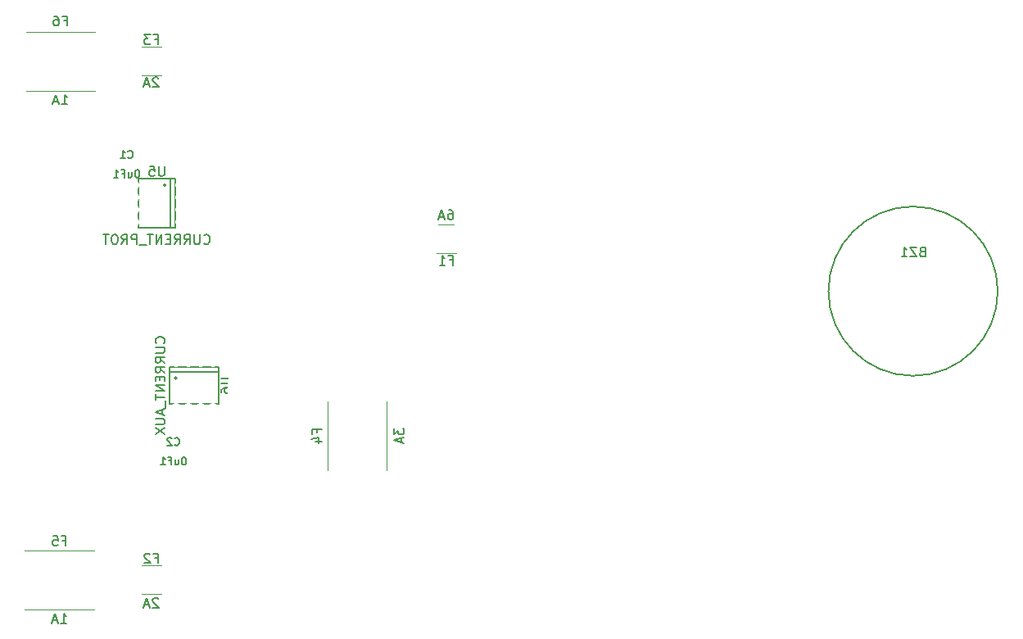
<source format=gbo>
G04 #@! TF.GenerationSoftware,KiCad,Pcbnew,(2017-08-27 revision e3c64f1f0)-makepkg*
G04 #@! TF.CreationDate,2017-09-07T11:52:54+02:00*
G04 #@! TF.ProjectId,Breakout-Platine-Cube,427265616B6F75742D506C6174696E65,rev?*
G04 #@! TF.SameCoordinates,Original*
G04 #@! TF.FileFunction,Legend,Bot*
G04 #@! TF.FilePolarity,Positive*
%FSLAX46Y46*%
G04 Gerber Fmt 4.6, Leading zero omitted, Abs format (unit mm)*
G04 Created by KiCad (PCBNEW (2017-08-27 revision e3c64f1f0)-makepkg) date 09/07/17 11:52:54*
%MOMM*%
%LPD*%
G01*
G04 APERTURE LIST*
%ADD10C,0.150000*%
%ADD11C,0.120000*%
%ADD12C,1.600000*%
%ADD13C,1.900000*%
%ADD14C,6.000000*%
%ADD15R,0.850000X0.800000*%
%ADD16O,1.900000X1.200000*%
%ADD17R,1.900000X1.200000*%
%ADD18C,4.200000*%
%ADD19C,0.900000*%
%ADD20C,3.800000*%
%ADD21O,1.009600X1.873200*%
%ADD22O,1.200000X1.900000*%
%ADD23R,1.200000X1.900000*%
%ADD24C,3.400000*%
%ADD25R,2.100000X2.100000*%
%ADD26O,2.100000X2.100000*%
%ADD27R,2.400000X2.900000*%
%ADD28R,6.000000X2.700000*%
%ADD29R,2.700000X6.000000*%
%ADD30O,2.600000X1.500000*%
%ADD31O,2.200000X1.500000*%
%ADD32C,0.100000*%
%ADD33C,6.900000*%
%ADD34R,3.400000X3.400000*%
%ADD35R,2.400000X2.400000*%
%ADD36O,1.873200X1.009600*%
G04 APERTURE END LIST*
D10*
X184677000Y-128732000D02*
G75*
G03X184677000Y-128732000I-127000J0D01*
G01*
X183915000Y-128097000D02*
X188995000Y-128097000D01*
X183915000Y-131399000D02*
X188995000Y-131399000D01*
X183915000Y-127589000D02*
X188995000Y-127589000D01*
X183915000Y-127589000D02*
X183915000Y-131399000D01*
X188995000Y-127589000D02*
X188995000Y-131399000D01*
X269500000Y-119750000D02*
G75*
G03X269500000Y-119750000I-8750000J0D01*
G01*
D11*
X211500000Y-115780000D02*
X213500000Y-115780000D01*
X213500000Y-112820000D02*
X211500000Y-112820000D01*
X183000000Y-148120000D02*
X181000000Y-148120000D01*
X181000000Y-151080000D02*
X183000000Y-151080000D01*
X181000000Y-97480000D02*
X183000000Y-97480000D01*
X183000000Y-94520000D02*
X181000000Y-94520000D01*
X206340000Y-131130000D02*
X206340000Y-138250000D01*
X200240000Y-131130000D02*
X200240000Y-138250000D01*
X176060000Y-146550000D02*
X168940000Y-146550000D01*
X176060000Y-152650000D02*
X168940000Y-152650000D01*
X176160000Y-99050000D02*
X169040000Y-99050000D01*
X176160000Y-92950000D02*
X169040000Y-92950000D01*
D10*
X184497000Y-113235000D02*
X180687000Y-113235000D01*
X184497000Y-108155000D02*
X180687000Y-108155000D01*
X184497000Y-108155000D02*
X184497000Y-113235000D01*
X180687000Y-108155000D02*
X180687000Y-113235000D01*
X183989000Y-108155000D02*
X183989000Y-113235000D01*
X183481000Y-108790000D02*
G75*
G03X183481000Y-108790000I-127000J0D01*
G01*
X184423333Y-135615714D02*
X184461428Y-135653809D01*
X184575714Y-135691904D01*
X184651904Y-135691904D01*
X184766190Y-135653809D01*
X184842380Y-135577619D01*
X184880476Y-135501428D01*
X184918571Y-135349047D01*
X184918571Y-135234761D01*
X184880476Y-135082380D01*
X184842380Y-135006190D01*
X184766190Y-134930000D01*
X184651904Y-134891904D01*
X184575714Y-134891904D01*
X184461428Y-134930000D01*
X184423333Y-134968095D01*
X184118571Y-134968095D02*
X184080476Y-134930000D01*
X184004285Y-134891904D01*
X183813809Y-134891904D01*
X183737619Y-134930000D01*
X183699523Y-134968095D01*
X183661428Y-135044285D01*
X183661428Y-135120476D01*
X183699523Y-135234761D01*
X184156666Y-135691904D01*
X183661428Y-135691904D01*
X185413809Y-136891904D02*
X185337619Y-136891904D01*
X185261428Y-136930000D01*
X185223333Y-136968095D01*
X185185238Y-137044285D01*
X185147142Y-137196666D01*
X185147142Y-137387142D01*
X185185238Y-137539523D01*
X185223333Y-137615714D01*
X185261428Y-137653809D01*
X185337619Y-137691904D01*
X185413809Y-137691904D01*
X185490000Y-137653809D01*
X185528095Y-137615714D01*
X185566190Y-137539523D01*
X185604285Y-137387142D01*
X185604285Y-137196666D01*
X185566190Y-137044285D01*
X185528095Y-136968095D01*
X185490000Y-136930000D01*
X185413809Y-136891904D01*
X184461428Y-137158571D02*
X184461428Y-137691904D01*
X184804285Y-137158571D02*
X184804285Y-137577619D01*
X184766190Y-137653809D01*
X184690000Y-137691904D01*
X184575714Y-137691904D01*
X184499523Y-137653809D01*
X184461428Y-137615714D01*
X183813809Y-137272857D02*
X184080476Y-137272857D01*
X184080476Y-137691904D02*
X184080476Y-136891904D01*
X183699523Y-136891904D01*
X182975714Y-137691904D02*
X183432857Y-137691904D01*
X183204285Y-137691904D02*
X183204285Y-136891904D01*
X183280476Y-137006190D01*
X183356666Y-137082380D01*
X183432857Y-137120476D01*
X179583333Y-105935714D02*
X179621428Y-105973809D01*
X179735714Y-106011904D01*
X179811904Y-106011904D01*
X179926190Y-105973809D01*
X180002380Y-105897619D01*
X180040476Y-105821428D01*
X180078571Y-105669047D01*
X180078571Y-105554761D01*
X180040476Y-105402380D01*
X180002380Y-105326190D01*
X179926190Y-105250000D01*
X179811904Y-105211904D01*
X179735714Y-105211904D01*
X179621428Y-105250000D01*
X179583333Y-105288095D01*
X178821428Y-106011904D02*
X179278571Y-106011904D01*
X179050000Y-106011904D02*
X179050000Y-105211904D01*
X179126190Y-105326190D01*
X179202380Y-105402380D01*
X179278571Y-105440476D01*
X180573809Y-107211904D02*
X180497619Y-107211904D01*
X180421428Y-107250000D01*
X180383333Y-107288095D01*
X180345238Y-107364285D01*
X180307142Y-107516666D01*
X180307142Y-107707142D01*
X180345238Y-107859523D01*
X180383333Y-107935714D01*
X180421428Y-107973809D01*
X180497619Y-108011904D01*
X180573809Y-108011904D01*
X180650000Y-107973809D01*
X180688095Y-107935714D01*
X180726190Y-107859523D01*
X180764285Y-107707142D01*
X180764285Y-107516666D01*
X180726190Y-107364285D01*
X180688095Y-107288095D01*
X180650000Y-107250000D01*
X180573809Y-107211904D01*
X179621428Y-107478571D02*
X179621428Y-108011904D01*
X179964285Y-107478571D02*
X179964285Y-107897619D01*
X179926190Y-107973809D01*
X179850000Y-108011904D01*
X179735714Y-108011904D01*
X179659523Y-107973809D01*
X179621428Y-107935714D01*
X178973809Y-107592857D02*
X179240476Y-107592857D01*
X179240476Y-108011904D02*
X179240476Y-107211904D01*
X178859523Y-107211904D01*
X178135714Y-108011904D02*
X178592857Y-108011904D01*
X178364285Y-108011904D02*
X178364285Y-107211904D01*
X178440476Y-107326190D01*
X178516666Y-107402380D01*
X178592857Y-107440476D01*
X189212380Y-128738095D02*
X190021904Y-128738095D01*
X190117142Y-128785714D01*
X190164761Y-128833333D01*
X190212380Y-128928571D01*
X190212380Y-129119047D01*
X190164761Y-129214285D01*
X190117142Y-129261904D01*
X190021904Y-129309523D01*
X189212380Y-129309523D01*
X189212380Y-130214285D02*
X189212380Y-130023809D01*
X189260000Y-129928571D01*
X189307619Y-129880952D01*
X189450476Y-129785714D01*
X189640952Y-129738095D01*
X190021904Y-129738095D01*
X190117142Y-129785714D01*
X190164761Y-129833333D01*
X190212380Y-129928571D01*
X190212380Y-130119047D01*
X190164761Y-130214285D01*
X190117142Y-130261904D01*
X190021904Y-130309523D01*
X189783809Y-130309523D01*
X189688571Y-130261904D01*
X189640952Y-130214285D01*
X189593333Y-130119047D01*
X189593333Y-129928571D01*
X189640952Y-129833333D01*
X189688571Y-129785714D01*
X189783809Y-129738095D01*
X183312142Y-125113047D02*
X183359761Y-125065428D01*
X183407380Y-124922571D01*
X183407380Y-124827333D01*
X183359761Y-124684476D01*
X183264523Y-124589238D01*
X183169285Y-124541619D01*
X182978809Y-124494000D01*
X182835952Y-124494000D01*
X182645476Y-124541619D01*
X182550238Y-124589238D01*
X182455000Y-124684476D01*
X182407380Y-124827333D01*
X182407380Y-124922571D01*
X182455000Y-125065428D01*
X182502619Y-125113047D01*
X182407380Y-125541619D02*
X183216904Y-125541619D01*
X183312142Y-125589238D01*
X183359761Y-125636857D01*
X183407380Y-125732095D01*
X183407380Y-125922571D01*
X183359761Y-126017809D01*
X183312142Y-126065428D01*
X183216904Y-126113047D01*
X182407380Y-126113047D01*
X183407380Y-127160666D02*
X182931190Y-126827333D01*
X183407380Y-126589238D02*
X182407380Y-126589238D01*
X182407380Y-126970190D01*
X182455000Y-127065428D01*
X182502619Y-127113047D01*
X182597857Y-127160666D01*
X182740714Y-127160666D01*
X182835952Y-127113047D01*
X182883571Y-127065428D01*
X182931190Y-126970190D01*
X182931190Y-126589238D01*
X183407380Y-128160666D02*
X182931190Y-127827333D01*
X183407380Y-127589238D02*
X182407380Y-127589238D01*
X182407380Y-127970190D01*
X182455000Y-128065428D01*
X182502619Y-128113047D01*
X182597857Y-128160666D01*
X182740714Y-128160666D01*
X182835952Y-128113047D01*
X182883571Y-128065428D01*
X182931190Y-127970190D01*
X182931190Y-127589238D01*
X182883571Y-128589238D02*
X182883571Y-128922571D01*
X183407380Y-129065428D02*
X183407380Y-128589238D01*
X182407380Y-128589238D01*
X182407380Y-129065428D01*
X183407380Y-129494000D02*
X182407380Y-129494000D01*
X183407380Y-130065428D01*
X182407380Y-130065428D01*
X182407380Y-130398761D02*
X182407380Y-130970190D01*
X183407380Y-130684476D02*
X182407380Y-130684476D01*
X183502619Y-131065428D02*
X183502619Y-131827333D01*
X183121666Y-132017809D02*
X183121666Y-132494000D01*
X183407380Y-131922571D02*
X182407380Y-132255904D01*
X183407380Y-132589238D01*
X182407380Y-132922571D02*
X183216904Y-132922571D01*
X183312142Y-132970190D01*
X183359761Y-133017809D01*
X183407380Y-133113047D01*
X183407380Y-133303523D01*
X183359761Y-133398761D01*
X183312142Y-133446380D01*
X183216904Y-133494000D01*
X182407380Y-133494000D01*
X182407380Y-133874952D02*
X183407380Y-134541619D01*
X182407380Y-134541619D02*
X183407380Y-133874952D01*
X261680952Y-115678571D02*
X261538095Y-115726190D01*
X261490476Y-115773809D01*
X261442857Y-115869047D01*
X261442857Y-116011904D01*
X261490476Y-116107142D01*
X261538095Y-116154761D01*
X261633333Y-116202380D01*
X262014285Y-116202380D01*
X262014285Y-115202380D01*
X261680952Y-115202380D01*
X261585714Y-115250000D01*
X261538095Y-115297619D01*
X261490476Y-115392857D01*
X261490476Y-115488095D01*
X261538095Y-115583333D01*
X261585714Y-115630952D01*
X261680952Y-115678571D01*
X262014285Y-115678571D01*
X261109523Y-115202380D02*
X260442857Y-115202380D01*
X261109523Y-116202380D01*
X260442857Y-116202380D01*
X259538095Y-116202380D02*
X260109523Y-116202380D01*
X259823809Y-116202380D02*
X259823809Y-115202380D01*
X259919047Y-115345238D01*
X260014285Y-115440476D01*
X260109523Y-115488095D01*
X212833333Y-116528571D02*
X213166666Y-116528571D01*
X213166666Y-117052380D02*
X213166666Y-116052380D01*
X212690476Y-116052380D01*
X211785714Y-117052380D02*
X212357142Y-117052380D01*
X212071428Y-117052380D02*
X212071428Y-116052380D01*
X212166666Y-116195238D01*
X212261904Y-116290476D01*
X212357142Y-116338095D01*
X212738095Y-111352380D02*
X212928571Y-111352380D01*
X213023809Y-111400000D01*
X213071428Y-111447619D01*
X213166666Y-111590476D01*
X213214285Y-111780952D01*
X213214285Y-112161904D01*
X213166666Y-112257142D01*
X213119047Y-112304761D01*
X213023809Y-112352380D01*
X212833333Y-112352380D01*
X212738095Y-112304761D01*
X212690476Y-112257142D01*
X212642857Y-112161904D01*
X212642857Y-111923809D01*
X212690476Y-111828571D01*
X212738095Y-111780952D01*
X212833333Y-111733333D01*
X213023809Y-111733333D01*
X213119047Y-111780952D01*
X213166666Y-111828571D01*
X213214285Y-111923809D01*
X212261904Y-112066666D02*
X211785714Y-112066666D01*
X212357142Y-112352380D02*
X212023809Y-111352380D01*
X211690476Y-112352380D01*
X182333333Y-147328571D02*
X182666666Y-147328571D01*
X182666666Y-147852380D02*
X182666666Y-146852380D01*
X182190476Y-146852380D01*
X181857142Y-146947619D02*
X181809523Y-146900000D01*
X181714285Y-146852380D01*
X181476190Y-146852380D01*
X181380952Y-146900000D01*
X181333333Y-146947619D01*
X181285714Y-147042857D01*
X181285714Y-147138095D01*
X181333333Y-147280952D01*
X181904761Y-147852380D01*
X181285714Y-147852380D01*
X182714285Y-151547619D02*
X182666666Y-151500000D01*
X182571428Y-151452380D01*
X182333333Y-151452380D01*
X182238095Y-151500000D01*
X182190476Y-151547619D01*
X182142857Y-151642857D01*
X182142857Y-151738095D01*
X182190476Y-151880952D01*
X182761904Y-152452380D01*
X182142857Y-152452380D01*
X181761904Y-152166666D02*
X181285714Y-152166666D01*
X181857142Y-152452380D02*
X181523809Y-151452380D01*
X181190476Y-152452380D01*
X182333333Y-93728571D02*
X182666666Y-93728571D01*
X182666666Y-94252380D02*
X182666666Y-93252380D01*
X182190476Y-93252380D01*
X181904761Y-93252380D02*
X181285714Y-93252380D01*
X181619047Y-93633333D01*
X181476190Y-93633333D01*
X181380952Y-93680952D01*
X181333333Y-93728571D01*
X181285714Y-93823809D01*
X181285714Y-94061904D01*
X181333333Y-94157142D01*
X181380952Y-94204761D01*
X181476190Y-94252380D01*
X181761904Y-94252380D01*
X181857142Y-94204761D01*
X181904761Y-94157142D01*
X182714285Y-97747619D02*
X182666666Y-97700000D01*
X182571428Y-97652380D01*
X182333333Y-97652380D01*
X182238095Y-97700000D01*
X182190476Y-97747619D01*
X182142857Y-97842857D01*
X182142857Y-97938095D01*
X182190476Y-98080952D01*
X182761904Y-98652380D01*
X182142857Y-98652380D01*
X181761904Y-98366666D02*
X181285714Y-98366666D01*
X181857142Y-98652380D02*
X181523809Y-97652380D01*
X181190476Y-98652380D01*
X199088571Y-134356666D02*
X199088571Y-134023333D01*
X199612380Y-134023333D02*
X198612380Y-134023333D01*
X198612380Y-134499523D01*
X198945714Y-135309047D02*
X199612380Y-135309047D01*
X198564761Y-135070952D02*
X199279047Y-134832857D01*
X199279047Y-135451904D01*
X207122380Y-133928095D02*
X207122380Y-134547142D01*
X207503333Y-134213809D01*
X207503333Y-134356666D01*
X207550952Y-134451904D01*
X207598571Y-134499523D01*
X207693809Y-134547142D01*
X207931904Y-134547142D01*
X208027142Y-134499523D01*
X208074761Y-134451904D01*
X208122380Y-134356666D01*
X208122380Y-134070952D01*
X208074761Y-133975714D01*
X208027142Y-133928095D01*
X207836666Y-134928095D02*
X207836666Y-135404285D01*
X208122380Y-134832857D02*
X207122380Y-135166190D01*
X208122380Y-135499523D01*
X172833333Y-145528571D02*
X173166666Y-145528571D01*
X173166666Y-146052380D02*
X173166666Y-145052380D01*
X172690476Y-145052380D01*
X171833333Y-145052380D02*
X172309523Y-145052380D01*
X172357142Y-145528571D01*
X172309523Y-145480952D01*
X172214285Y-145433333D01*
X171976190Y-145433333D01*
X171880952Y-145480952D01*
X171833333Y-145528571D01*
X171785714Y-145623809D01*
X171785714Y-145861904D01*
X171833333Y-145957142D01*
X171880952Y-146004761D01*
X171976190Y-146052380D01*
X172214285Y-146052380D01*
X172309523Y-146004761D01*
X172357142Y-145957142D01*
X172642857Y-154052380D02*
X173214285Y-154052380D01*
X172928571Y-154052380D02*
X172928571Y-153052380D01*
X173023809Y-153195238D01*
X173119047Y-153290476D01*
X173214285Y-153338095D01*
X172261904Y-153766666D02*
X171785714Y-153766666D01*
X172357142Y-154052380D02*
X172023809Y-153052380D01*
X171690476Y-154052380D01*
X172933333Y-91798571D02*
X173266666Y-91798571D01*
X173266666Y-92322380D02*
X173266666Y-91322380D01*
X172790476Y-91322380D01*
X171980952Y-91322380D02*
X172171428Y-91322380D01*
X172266666Y-91370000D01*
X172314285Y-91417619D01*
X172409523Y-91560476D01*
X172457142Y-91750952D01*
X172457142Y-92131904D01*
X172409523Y-92227142D01*
X172361904Y-92274761D01*
X172266666Y-92322380D01*
X172076190Y-92322380D01*
X171980952Y-92274761D01*
X171933333Y-92227142D01*
X171885714Y-92131904D01*
X171885714Y-91893809D01*
X171933333Y-91798571D01*
X171980952Y-91750952D01*
X172076190Y-91703333D01*
X172266666Y-91703333D01*
X172361904Y-91750952D01*
X172409523Y-91798571D01*
X172457142Y-91893809D01*
X172742857Y-100452380D02*
X173314285Y-100452380D01*
X173028571Y-100452380D02*
X173028571Y-99452380D01*
X173123809Y-99595238D01*
X173219047Y-99690476D01*
X173314285Y-99738095D01*
X172361904Y-100166666D02*
X171885714Y-100166666D01*
X172457142Y-100452380D02*
X172123809Y-99452380D01*
X171790476Y-100452380D01*
X183341904Y-106842380D02*
X183341904Y-107651904D01*
X183294285Y-107747142D01*
X183246666Y-107794761D01*
X183151428Y-107842380D01*
X182960952Y-107842380D01*
X182865714Y-107794761D01*
X182818095Y-107747142D01*
X182770476Y-107651904D01*
X182770476Y-106842380D01*
X181818095Y-106842380D02*
X182294285Y-106842380D01*
X182341904Y-107318571D01*
X182294285Y-107270952D01*
X182199047Y-107223333D01*
X181960952Y-107223333D01*
X181865714Y-107270952D01*
X181818095Y-107318571D01*
X181770476Y-107413809D01*
X181770476Y-107651904D01*
X181818095Y-107747142D01*
X181865714Y-107794761D01*
X181960952Y-107842380D01*
X182199047Y-107842380D01*
X182294285Y-107794761D01*
X182341904Y-107747142D01*
X187449142Y-114802142D02*
X187496761Y-114849761D01*
X187639619Y-114897380D01*
X187734857Y-114897380D01*
X187877714Y-114849761D01*
X187972952Y-114754523D01*
X188020571Y-114659285D01*
X188068190Y-114468809D01*
X188068190Y-114325952D01*
X188020571Y-114135476D01*
X187972952Y-114040238D01*
X187877714Y-113945000D01*
X187734857Y-113897380D01*
X187639619Y-113897380D01*
X187496761Y-113945000D01*
X187449142Y-113992619D01*
X187020571Y-113897380D02*
X187020571Y-114706904D01*
X186972952Y-114802142D01*
X186925333Y-114849761D01*
X186830095Y-114897380D01*
X186639619Y-114897380D01*
X186544380Y-114849761D01*
X186496761Y-114802142D01*
X186449142Y-114706904D01*
X186449142Y-113897380D01*
X185401523Y-114897380D02*
X185734857Y-114421190D01*
X185972952Y-114897380D02*
X185972952Y-113897380D01*
X185592000Y-113897380D01*
X185496761Y-113945000D01*
X185449142Y-113992619D01*
X185401523Y-114087857D01*
X185401523Y-114230714D01*
X185449142Y-114325952D01*
X185496761Y-114373571D01*
X185592000Y-114421190D01*
X185972952Y-114421190D01*
X184401523Y-114897380D02*
X184734857Y-114421190D01*
X184972952Y-114897380D02*
X184972952Y-113897380D01*
X184592000Y-113897380D01*
X184496761Y-113945000D01*
X184449142Y-113992619D01*
X184401523Y-114087857D01*
X184401523Y-114230714D01*
X184449142Y-114325952D01*
X184496761Y-114373571D01*
X184592000Y-114421190D01*
X184972952Y-114421190D01*
X183972952Y-114373571D02*
X183639619Y-114373571D01*
X183496761Y-114897380D02*
X183972952Y-114897380D01*
X183972952Y-113897380D01*
X183496761Y-113897380D01*
X183068190Y-114897380D02*
X183068190Y-113897380D01*
X182496761Y-114897380D01*
X182496761Y-113897380D01*
X182163428Y-113897380D02*
X181592000Y-113897380D01*
X181877714Y-114897380D02*
X181877714Y-113897380D01*
X181496761Y-114992619D02*
X180734857Y-114992619D01*
X180496761Y-114897380D02*
X180496761Y-113897380D01*
X180115809Y-113897380D01*
X180020571Y-113945000D01*
X179972952Y-113992619D01*
X179925333Y-114087857D01*
X179925333Y-114230714D01*
X179972952Y-114325952D01*
X180020571Y-114373571D01*
X180115809Y-114421190D01*
X180496761Y-114421190D01*
X178925333Y-114897380D02*
X179258666Y-114421190D01*
X179496761Y-114897380D02*
X179496761Y-113897380D01*
X179115809Y-113897380D01*
X179020571Y-113945000D01*
X178972952Y-113992619D01*
X178925333Y-114087857D01*
X178925333Y-114230714D01*
X178972952Y-114325952D01*
X179020571Y-114373571D01*
X179115809Y-114421190D01*
X179496761Y-114421190D01*
X178306285Y-113897380D02*
X178115809Y-113897380D01*
X178020571Y-113945000D01*
X177925333Y-114040238D01*
X177877714Y-114230714D01*
X177877714Y-114564047D01*
X177925333Y-114754523D01*
X178020571Y-114849761D01*
X178115809Y-114897380D01*
X178306285Y-114897380D01*
X178401523Y-114849761D01*
X178496761Y-114754523D01*
X178544380Y-114564047D01*
X178544380Y-114230714D01*
X178496761Y-114040238D01*
X178401523Y-113945000D01*
X178306285Y-113897380D01*
X177592000Y-113897380D02*
X177020571Y-113897380D01*
X177306285Y-114897380D02*
X177306285Y-113897380D01*
%LPC*%
D12*
X238845618Y-140722266D03*
X238845618Y-131722266D03*
D13*
X237145618Y-139222266D03*
X237145618Y-137222266D03*
X237145618Y-135222266D03*
X237145618Y-133222266D03*
D14*
X189000000Y-153300000D03*
X189000000Y-91300000D03*
X314000000Y-96300000D03*
X314000000Y-147300000D03*
D15*
X184640000Y-136330000D03*
X183940000Y-136330000D03*
X179800000Y-106650000D03*
X179100000Y-106650000D03*
D16*
X222730000Y-134060000D03*
X222730000Y-135560000D03*
D17*
X222730000Y-137060000D03*
D18*
X207000000Y-103300000D03*
X312000000Y-153300000D03*
D19*
X288250832Y-117850000D03*
X310250832Y-117850000D03*
D20*
X314050000Y-107250000D03*
X284050000Y-107250000D03*
X314050000Y-137250000D03*
X284050000Y-137250000D03*
D12*
X250600000Y-137100000D03*
X250600000Y-128100000D03*
D13*
X248900000Y-135600000D03*
X248900000Y-133600000D03*
X248900000Y-131600000D03*
X248900000Y-129600000D03*
D21*
X184550000Y-126700000D03*
X185820000Y-126700000D03*
X187090000Y-126700000D03*
X188360000Y-126700000D03*
X188360000Y-132288000D03*
X187090000Y-132288000D03*
X185820000Y-132288000D03*
X184550000Y-132288000D03*
D13*
X248900000Y-124100000D03*
X248900000Y-122100000D03*
D12*
X250600000Y-125600000D03*
X250600000Y-112600000D03*
D13*
X248900000Y-120100000D03*
X248900000Y-118100000D03*
X248900000Y-116100000D03*
X248900000Y-114100000D03*
X272300000Y-153800000D03*
X268300000Y-153800000D03*
X270300000Y-153800000D03*
X264300000Y-153800000D03*
X266300000Y-153800000D03*
X262300000Y-153800000D03*
D12*
X273800000Y-152100000D03*
X252800000Y-152100000D03*
D13*
X260300000Y-153800000D03*
X258300000Y-153800000D03*
X256300000Y-153800000D03*
X254300000Y-153800000D03*
X248900000Y-155100000D03*
X248900000Y-151100000D03*
X248900000Y-153100000D03*
X248900000Y-149100000D03*
D12*
X250600000Y-156600000D03*
X250600000Y-139600000D03*
D13*
X248900000Y-147100000D03*
X248900000Y-145100000D03*
X248900000Y-143100000D03*
X248900000Y-141100000D03*
D22*
X223695618Y-143772266D03*
X225195618Y-143772266D03*
D23*
X226695618Y-143772266D03*
D12*
X244900000Y-93800000D03*
X251900000Y-93800000D03*
D13*
X246400000Y-92100000D03*
X248400000Y-92100000D03*
X250400000Y-92100000D03*
D12*
X196100000Y-114700000D03*
X196100000Y-107700000D03*
D13*
X194400000Y-113200000D03*
X194400000Y-111200000D03*
X194400000Y-109200000D03*
X225145618Y-111222266D03*
X225145618Y-109222266D03*
D12*
X226845618Y-112722266D03*
X226845618Y-99722266D03*
D13*
X225145618Y-107222266D03*
X225145618Y-105222266D03*
X225145618Y-103222266D03*
X225145618Y-101222266D03*
X237145618Y-111222266D03*
X237145618Y-109222266D03*
D12*
X238845618Y-112722266D03*
X238845618Y-99722266D03*
D13*
X237145618Y-107222266D03*
X237145618Y-105222266D03*
X237145618Y-103222266D03*
X237145618Y-101222266D03*
X237145618Y-127222266D03*
X237145618Y-125222266D03*
D12*
X238845618Y-128722266D03*
X238845618Y-115722266D03*
D13*
X237145618Y-123222266D03*
X237145618Y-121222266D03*
X237145618Y-119222266D03*
X237145618Y-117222266D03*
X225145618Y-127222266D03*
X225145618Y-125222266D03*
D12*
X226845618Y-128722266D03*
X226845618Y-115722266D03*
D13*
X225145618Y-123222266D03*
X225145618Y-121222266D03*
X225145618Y-119222266D03*
X225145618Y-117222266D03*
D12*
X226622266Y-149854382D03*
X217622266Y-149854382D03*
D13*
X225122266Y-151554382D03*
X223122266Y-151554382D03*
X221122266Y-151554382D03*
X219122266Y-151554382D03*
D12*
X231500000Y-96600000D03*
X240500000Y-96600000D03*
D13*
X233000000Y-94900000D03*
X235000000Y-94900000D03*
X237000000Y-94900000D03*
X239000000Y-94900000D03*
D12*
X194277734Y-96545618D03*
X203277734Y-96545618D03*
D13*
X195777734Y-94845618D03*
X197777734Y-94845618D03*
X199777734Y-94845618D03*
X201777734Y-94845618D03*
D12*
X202622266Y-149854382D03*
X193622266Y-149854382D03*
D13*
X201122266Y-151554382D03*
X199122266Y-151554382D03*
X197122266Y-151554382D03*
X195122266Y-151554382D03*
D12*
X218277734Y-96545618D03*
X227277734Y-96545618D03*
D13*
X219777734Y-94845618D03*
X221777734Y-94845618D03*
X223777734Y-94845618D03*
X225777734Y-94845618D03*
D12*
X240300000Y-152000000D03*
X231300000Y-152000000D03*
D13*
X238800000Y-153700000D03*
X236800000Y-153700000D03*
X234800000Y-153700000D03*
X232800000Y-153700000D03*
D12*
X206277734Y-96545618D03*
X215277734Y-96545618D03*
D13*
X207777734Y-94845618D03*
X209777734Y-94845618D03*
X211777734Y-94845618D03*
X213777734Y-94845618D03*
D12*
X214622266Y-149854382D03*
X205622266Y-149854382D03*
D13*
X213122266Y-151554382D03*
X211122266Y-151554382D03*
X209122266Y-151554382D03*
X207122266Y-151554382D03*
D24*
X255750000Y-119750000D03*
X265750000Y-119750000D03*
D25*
X273790000Y-102000000D03*
D26*
X271250000Y-102000000D03*
D27*
X214500000Y-114300000D03*
X210500000Y-114300000D03*
X180000000Y-149600000D03*
X184000000Y-149600000D03*
X184000000Y-96000000D03*
X180000000Y-96000000D03*
D28*
X203290000Y-138390000D03*
X203290000Y-130990000D03*
D29*
X176200000Y-149600000D03*
X168800000Y-149600000D03*
X168900000Y-96000000D03*
X176300000Y-96000000D03*
D30*
X235800000Y-144850000D03*
D31*
X233000000Y-147000000D03*
X238600000Y-147000000D03*
D26*
X272460000Y-107640000D03*
X275000000Y-107640000D03*
X272460000Y-110180000D03*
X275000000Y-110180000D03*
X272460000Y-112720000D03*
X275000000Y-112720000D03*
X272460000Y-115260000D03*
X275000000Y-115260000D03*
X272460000Y-117800000D03*
X275000000Y-117800000D03*
X272460000Y-120340000D03*
X275000000Y-120340000D03*
X272460000Y-122880000D03*
X275000000Y-122880000D03*
X272460000Y-125420000D03*
X275000000Y-125420000D03*
X272460000Y-127960000D03*
X275000000Y-127960000D03*
X272460000Y-130500000D03*
D25*
X275000000Y-130500000D03*
D26*
X271710000Y-135500000D03*
D25*
X274250000Y-135500000D03*
D26*
X261740000Y-147600000D03*
X259200000Y-147600000D03*
D25*
X256660000Y-147600000D03*
D32*
G36*
X195039343Y-119784951D02*
X195340755Y-119829662D01*
X195636334Y-119903700D01*
X195923232Y-120006354D01*
X196198687Y-120136634D01*
X196460046Y-120293287D01*
X196704791Y-120474803D01*
X196930567Y-120679433D01*
X197135197Y-120905209D01*
X197316713Y-121149954D01*
X197473366Y-121411313D01*
X197603646Y-121686768D01*
X197706300Y-121973666D01*
X197780338Y-122269245D01*
X197825049Y-122570657D01*
X197840000Y-122875000D01*
X197840000Y-123565000D01*
X197825049Y-123869343D01*
X197780338Y-124170755D01*
X197706300Y-124466334D01*
X197603646Y-124753232D01*
X197473366Y-125028687D01*
X197316713Y-125290046D01*
X197135197Y-125534791D01*
X196930567Y-125760567D01*
X196704791Y-125965197D01*
X196460046Y-126146713D01*
X196198687Y-126303366D01*
X195923232Y-126433646D01*
X195636334Y-126536300D01*
X195340755Y-126610338D01*
X195039343Y-126655049D01*
X194735000Y-126670000D01*
X193045000Y-126670000D01*
X192740657Y-126655049D01*
X192439245Y-126610338D01*
X192143666Y-126536300D01*
X191856768Y-126433646D01*
X191581313Y-126303366D01*
X191319954Y-126146713D01*
X191075209Y-125965197D01*
X190849433Y-125760567D01*
X190644803Y-125534791D01*
X190463287Y-125290046D01*
X190306634Y-125028687D01*
X190176354Y-124753232D01*
X190073700Y-124466334D01*
X189999662Y-124170755D01*
X189954951Y-123869343D01*
X189940000Y-123565000D01*
X189940000Y-122875000D01*
X189954951Y-122570657D01*
X189999662Y-122269245D01*
X190073700Y-121973666D01*
X190176354Y-121686768D01*
X190306634Y-121411313D01*
X190463287Y-121149954D01*
X190644803Y-120905209D01*
X190849433Y-120679433D01*
X191075209Y-120474803D01*
X191319954Y-120293287D01*
X191581313Y-120136634D01*
X191856768Y-120006354D01*
X192143666Y-119903700D01*
X192439245Y-119829662D01*
X192740657Y-119784951D01*
X193045000Y-119770000D01*
X194735000Y-119770000D01*
X195039343Y-119784951D01*
X195039343Y-119784951D01*
G37*
D33*
X193890000Y-123220000D03*
D32*
G36*
X196284080Y-127278306D02*
X196451531Y-127303145D01*
X196615741Y-127344278D01*
X196775129Y-127401308D01*
X196928159Y-127473686D01*
X197073359Y-127560715D01*
X197209328Y-127661557D01*
X197334759Y-127775241D01*
X197448443Y-127900672D01*
X197549285Y-128036641D01*
X197636314Y-128181841D01*
X197708692Y-128334871D01*
X197765722Y-128494259D01*
X197806855Y-128658469D01*
X197831694Y-128825920D01*
X197840000Y-128995000D01*
X197840000Y-132445000D01*
X197831694Y-132614080D01*
X197806855Y-132781531D01*
X197765722Y-132945741D01*
X197708692Y-133105129D01*
X197636314Y-133258159D01*
X197549285Y-133403359D01*
X197448443Y-133539328D01*
X197334759Y-133664759D01*
X197209328Y-133778443D01*
X197073359Y-133879285D01*
X196928159Y-133966314D01*
X196775129Y-134038692D01*
X196615741Y-134095722D01*
X196451531Y-134136855D01*
X196284080Y-134161694D01*
X196115000Y-134170000D01*
X191665000Y-134170000D01*
X191495920Y-134161694D01*
X191328469Y-134136855D01*
X191164259Y-134095722D01*
X191004871Y-134038692D01*
X190851841Y-133966314D01*
X190706641Y-133879285D01*
X190570672Y-133778443D01*
X190445241Y-133664759D01*
X190331557Y-133539328D01*
X190230715Y-133403359D01*
X190143686Y-133258159D01*
X190071308Y-133105129D01*
X190014278Y-132945741D01*
X189973145Y-132781531D01*
X189948306Y-132614080D01*
X189940000Y-132445000D01*
X189940000Y-128995000D01*
X189948306Y-128825920D01*
X189973145Y-128658469D01*
X190014278Y-128494259D01*
X190071308Y-128334871D01*
X190143686Y-128181841D01*
X190230715Y-128036641D01*
X190331557Y-127900672D01*
X190445241Y-127775241D01*
X190570672Y-127661557D01*
X190706641Y-127560715D01*
X190851841Y-127473686D01*
X191004871Y-127401308D01*
X191164259Y-127344278D01*
X191328469Y-127303145D01*
X191495920Y-127278306D01*
X191665000Y-127270000D01*
X196115000Y-127270000D01*
X196284080Y-127278306D01*
X196284080Y-127278306D01*
G37*
D33*
X193890000Y-130720000D03*
D32*
G36*
X169699343Y-113414951D02*
X170000755Y-113459662D01*
X170296334Y-113533700D01*
X170583232Y-113636354D01*
X170858687Y-113766634D01*
X171120046Y-113923287D01*
X171364791Y-114104803D01*
X171590567Y-114309433D01*
X171795197Y-114535209D01*
X171976713Y-114779954D01*
X172133366Y-115041313D01*
X172263646Y-115316768D01*
X172366300Y-115603666D01*
X172440338Y-115899245D01*
X172485049Y-116200657D01*
X172500000Y-116505000D01*
X172500000Y-117195000D01*
X172485049Y-117499343D01*
X172440338Y-117800755D01*
X172366300Y-118096334D01*
X172263646Y-118383232D01*
X172133366Y-118658687D01*
X171976713Y-118920046D01*
X171795197Y-119164791D01*
X171590567Y-119390567D01*
X171364791Y-119595197D01*
X171120046Y-119776713D01*
X170858687Y-119933366D01*
X170583232Y-120063646D01*
X170296334Y-120166300D01*
X170000755Y-120240338D01*
X169699343Y-120285049D01*
X169395000Y-120300000D01*
X167705000Y-120300000D01*
X167400657Y-120285049D01*
X167099245Y-120240338D01*
X166803666Y-120166300D01*
X166516768Y-120063646D01*
X166241313Y-119933366D01*
X165979954Y-119776713D01*
X165735209Y-119595197D01*
X165509433Y-119390567D01*
X165304803Y-119164791D01*
X165123287Y-118920046D01*
X164966634Y-118658687D01*
X164836354Y-118383232D01*
X164733700Y-118096334D01*
X164659662Y-117800755D01*
X164614951Y-117499343D01*
X164600000Y-117195000D01*
X164600000Y-116505000D01*
X164614951Y-116200657D01*
X164659662Y-115899245D01*
X164733700Y-115603666D01*
X164836354Y-115316768D01*
X164966634Y-115041313D01*
X165123287Y-114779954D01*
X165304803Y-114535209D01*
X165509433Y-114309433D01*
X165735209Y-114104803D01*
X165979954Y-113923287D01*
X166241313Y-113766634D01*
X166516768Y-113636354D01*
X166803666Y-113533700D01*
X167099245Y-113459662D01*
X167400657Y-113414951D01*
X167705000Y-113400000D01*
X169395000Y-113400000D01*
X169699343Y-113414951D01*
X169699343Y-113414951D01*
G37*
D33*
X168550000Y-116850000D03*
D32*
G36*
X170944080Y-105908306D02*
X171111531Y-105933145D01*
X171275741Y-105974278D01*
X171435129Y-106031308D01*
X171588159Y-106103686D01*
X171733359Y-106190715D01*
X171869328Y-106291557D01*
X171994759Y-106405241D01*
X172108443Y-106530672D01*
X172209285Y-106666641D01*
X172296314Y-106811841D01*
X172368692Y-106964871D01*
X172425722Y-107124259D01*
X172466855Y-107288469D01*
X172491694Y-107455920D01*
X172500000Y-107625000D01*
X172500000Y-111075000D01*
X172491694Y-111244080D01*
X172466855Y-111411531D01*
X172425722Y-111575741D01*
X172368692Y-111735129D01*
X172296314Y-111888159D01*
X172209285Y-112033359D01*
X172108443Y-112169328D01*
X171994759Y-112294759D01*
X171869328Y-112408443D01*
X171733359Y-112509285D01*
X171588159Y-112596314D01*
X171435129Y-112668692D01*
X171275741Y-112725722D01*
X171111531Y-112766855D01*
X170944080Y-112791694D01*
X170775000Y-112800000D01*
X166325000Y-112800000D01*
X166155920Y-112791694D01*
X165988469Y-112766855D01*
X165824259Y-112725722D01*
X165664871Y-112668692D01*
X165511841Y-112596314D01*
X165366641Y-112509285D01*
X165230672Y-112408443D01*
X165105241Y-112294759D01*
X164991557Y-112169328D01*
X164890715Y-112033359D01*
X164803686Y-111888159D01*
X164731308Y-111735129D01*
X164674278Y-111575741D01*
X164633145Y-111411531D01*
X164608306Y-111244080D01*
X164600000Y-111075000D01*
X164600000Y-107625000D01*
X164608306Y-107455920D01*
X164633145Y-107288469D01*
X164674278Y-107124259D01*
X164731308Y-106964871D01*
X164803686Y-106811841D01*
X164890715Y-106666641D01*
X164991557Y-106530672D01*
X165105241Y-106405241D01*
X165230672Y-106291557D01*
X165366641Y-106190715D01*
X165511841Y-106103686D01*
X165664871Y-106031308D01*
X165824259Y-105974278D01*
X165988469Y-105933145D01*
X166155920Y-105908306D01*
X166325000Y-105900000D01*
X170775000Y-105900000D01*
X170944080Y-105908306D01*
X170944080Y-105908306D01*
G37*
D33*
X168550000Y-109350000D03*
D32*
G36*
X170944080Y-125658306D02*
X171111531Y-125683145D01*
X171275741Y-125724278D01*
X171435129Y-125781308D01*
X171588159Y-125853686D01*
X171733359Y-125940715D01*
X171869328Y-126041557D01*
X171994759Y-126155241D01*
X172108443Y-126280672D01*
X172209285Y-126416641D01*
X172296314Y-126561841D01*
X172368692Y-126714871D01*
X172425722Y-126874259D01*
X172466855Y-127038469D01*
X172491694Y-127205920D01*
X172500000Y-127375000D01*
X172500000Y-130825000D01*
X172491694Y-130994080D01*
X172466855Y-131161531D01*
X172425722Y-131325741D01*
X172368692Y-131485129D01*
X172296314Y-131638159D01*
X172209285Y-131783359D01*
X172108443Y-131919328D01*
X171994759Y-132044759D01*
X171869328Y-132158443D01*
X171733359Y-132259285D01*
X171588159Y-132346314D01*
X171435129Y-132418692D01*
X171275741Y-132475722D01*
X171111531Y-132516855D01*
X170944080Y-132541694D01*
X170775000Y-132550000D01*
X166325000Y-132550000D01*
X166155920Y-132541694D01*
X165988469Y-132516855D01*
X165824259Y-132475722D01*
X165664871Y-132418692D01*
X165511841Y-132346314D01*
X165366641Y-132259285D01*
X165230672Y-132158443D01*
X165105241Y-132044759D01*
X164991557Y-131919328D01*
X164890715Y-131783359D01*
X164803686Y-131638159D01*
X164731308Y-131485129D01*
X164674278Y-131325741D01*
X164633145Y-131161531D01*
X164608306Y-130994080D01*
X164600000Y-130825000D01*
X164600000Y-127375000D01*
X164608306Y-127205920D01*
X164633145Y-127038469D01*
X164674278Y-126874259D01*
X164731308Y-126714871D01*
X164803686Y-126561841D01*
X164890715Y-126416641D01*
X164991557Y-126280672D01*
X165105241Y-126155241D01*
X165230672Y-126041557D01*
X165366641Y-125940715D01*
X165511841Y-125853686D01*
X165664871Y-125781308D01*
X165824259Y-125724278D01*
X165988469Y-125683145D01*
X166155920Y-125658306D01*
X166325000Y-125650000D01*
X170775000Y-125650000D01*
X170944080Y-125658306D01*
X170944080Y-125658306D01*
G37*
D33*
X168550000Y-129100000D03*
D32*
G36*
X169699343Y-133164951D02*
X170000755Y-133209662D01*
X170296334Y-133283700D01*
X170583232Y-133386354D01*
X170858687Y-133516634D01*
X171120046Y-133673287D01*
X171364791Y-133854803D01*
X171590567Y-134059433D01*
X171795197Y-134285209D01*
X171976713Y-134529954D01*
X172133366Y-134791313D01*
X172263646Y-135066768D01*
X172366300Y-135353666D01*
X172440338Y-135649245D01*
X172485049Y-135950657D01*
X172500000Y-136255000D01*
X172500000Y-136945000D01*
X172485049Y-137249343D01*
X172440338Y-137550755D01*
X172366300Y-137846334D01*
X172263646Y-138133232D01*
X172133366Y-138408687D01*
X171976713Y-138670046D01*
X171795197Y-138914791D01*
X171590567Y-139140567D01*
X171364791Y-139345197D01*
X171120046Y-139526713D01*
X170858687Y-139683366D01*
X170583232Y-139813646D01*
X170296334Y-139916300D01*
X170000755Y-139990338D01*
X169699343Y-140035049D01*
X169395000Y-140050000D01*
X167705000Y-140050000D01*
X167400657Y-140035049D01*
X167099245Y-139990338D01*
X166803666Y-139916300D01*
X166516768Y-139813646D01*
X166241313Y-139683366D01*
X165979954Y-139526713D01*
X165735209Y-139345197D01*
X165509433Y-139140567D01*
X165304803Y-138914791D01*
X165123287Y-138670046D01*
X164966634Y-138408687D01*
X164836354Y-138133232D01*
X164733700Y-137846334D01*
X164659662Y-137550755D01*
X164614951Y-137249343D01*
X164600000Y-136945000D01*
X164600000Y-136255000D01*
X164614951Y-135950657D01*
X164659662Y-135649245D01*
X164733700Y-135353666D01*
X164836354Y-135066768D01*
X164966634Y-134791313D01*
X165123287Y-134529954D01*
X165304803Y-134285209D01*
X165509433Y-134059433D01*
X165735209Y-133854803D01*
X165979954Y-133673287D01*
X166241313Y-133516634D01*
X166516768Y-133386354D01*
X166803666Y-133283700D01*
X167099245Y-133209662D01*
X167400657Y-133164951D01*
X167705000Y-133150000D01*
X169395000Y-133150000D01*
X169699343Y-133164951D01*
X169699343Y-133164951D01*
G37*
D33*
X168550000Y-136600000D03*
D34*
X217900000Y-143100000D03*
X217900000Y-103500000D03*
D24*
X200800000Y-143100000D03*
X200800000Y-103500000D03*
D35*
X180050000Y-145350000D03*
X165050000Y-145350000D03*
X180050000Y-154350000D03*
X165050000Y-154350000D03*
X165050000Y-100600000D03*
X180050000Y-100600000D03*
X165050000Y-91600000D03*
X180050000Y-91600000D03*
D36*
X179798000Y-108790000D03*
X179798000Y-110060000D03*
X179798000Y-111330000D03*
X179798000Y-112600000D03*
X185386000Y-112600000D03*
X185386000Y-111330000D03*
X185386000Y-110060000D03*
X185386000Y-108790000D03*
D13*
X271200000Y-91400000D03*
X269200000Y-91400000D03*
X267200000Y-91400000D03*
X265200000Y-91400000D03*
D12*
X272700000Y-93100000D03*
X257700000Y-93100000D03*
D13*
X261200000Y-91400000D03*
X263200000Y-91400000D03*
X259200000Y-91400000D03*
D23*
X260000000Y-120450000D03*
D22*
X261500000Y-120450000D03*
D13*
X291680000Y-93150000D03*
X293680000Y-93150000D03*
X295680000Y-93150000D03*
X297680000Y-93150000D03*
D12*
X290180000Y-91450000D03*
X309180000Y-91450000D03*
D13*
X301680000Y-93150000D03*
X299680000Y-93150000D03*
X305680000Y-93150000D03*
X303680000Y-93150000D03*
X307680000Y-93150000D03*
D26*
X282820000Y-155250000D03*
X280280000Y-155250000D03*
D25*
X277740000Y-155250000D03*
D26*
X292870000Y-155210000D03*
X290330000Y-155210000D03*
D25*
X287790000Y-155210000D03*
D26*
X281950000Y-92900000D03*
D25*
X279410000Y-92900000D03*
D26*
X308120000Y-144320000D03*
X308120000Y-146860000D03*
D25*
X308120000Y-149400000D03*
M02*

</source>
